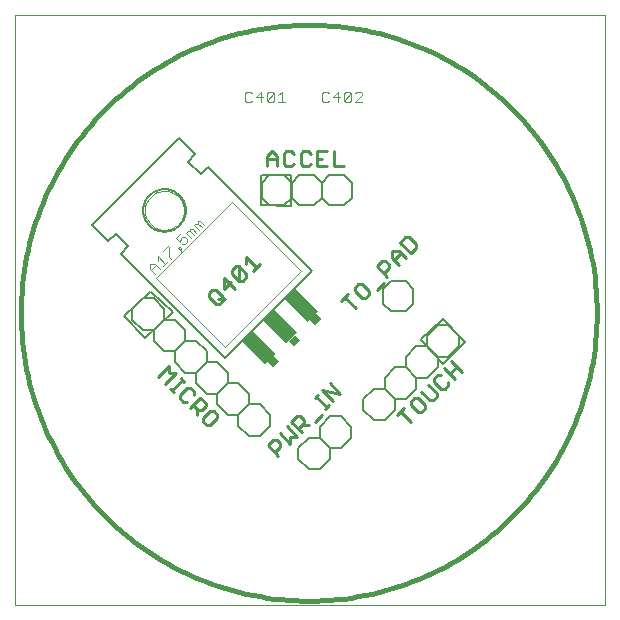
<source format=gto>
G75*
%MOIN*%
%OFA0B0*%
%FSLAX24Y24*%
%IPPOS*%
%LPD*%
%AMOC8*
5,1,8,0,0,1.08239X$1,22.5*
%
%ADD10C,0.0000*%
%ADD11C,0.0080*%
%ADD12C,0.0160*%
%ADD13C,0.0060*%
%ADD14C,0.0100*%
%ADD15C,0.0020*%
%ADD16C,0.0040*%
%ADD17R,0.0300X0.0250*%
%ADD18R,0.0500X0.1100*%
D10*
X000100Y000100D02*
X000100Y019785D01*
X019785Y019785D01*
X019785Y000100D01*
X000100Y000100D01*
X004439Y013261D02*
X004441Y013311D01*
X004447Y013361D01*
X004457Y013411D01*
X004470Y013459D01*
X004487Y013507D01*
X004508Y013553D01*
X004532Y013597D01*
X004560Y013639D01*
X004591Y013679D01*
X004625Y013716D01*
X004662Y013751D01*
X004701Y013782D01*
X004742Y013811D01*
X004786Y013836D01*
X004832Y013858D01*
X004879Y013876D01*
X004927Y013890D01*
X004976Y013901D01*
X005026Y013908D01*
X005076Y013911D01*
X005127Y013910D01*
X005177Y013905D01*
X005227Y013896D01*
X005275Y013884D01*
X005323Y013867D01*
X005369Y013847D01*
X005414Y013824D01*
X005457Y013797D01*
X005497Y013767D01*
X005535Y013734D01*
X005570Y013698D01*
X005603Y013659D01*
X005632Y013618D01*
X005658Y013575D01*
X005681Y013530D01*
X005700Y013483D01*
X005715Y013435D01*
X005727Y013386D01*
X005735Y013336D01*
X005739Y013286D01*
X005739Y013236D01*
X005735Y013186D01*
X005727Y013136D01*
X005715Y013087D01*
X005700Y013039D01*
X005681Y012992D01*
X005658Y012947D01*
X005632Y012904D01*
X005603Y012863D01*
X005570Y012824D01*
X005535Y012788D01*
X005497Y012755D01*
X005457Y012725D01*
X005414Y012698D01*
X005369Y012675D01*
X005323Y012655D01*
X005275Y012638D01*
X005227Y012626D01*
X005177Y012617D01*
X005127Y012612D01*
X005076Y012611D01*
X005026Y012614D01*
X004976Y012621D01*
X004927Y012632D01*
X004879Y012646D01*
X004832Y012664D01*
X004786Y012686D01*
X004742Y012711D01*
X004701Y012740D01*
X004662Y012771D01*
X004625Y012806D01*
X004591Y012843D01*
X004560Y012883D01*
X004532Y012925D01*
X004508Y012969D01*
X004487Y013015D01*
X004470Y013063D01*
X004457Y013111D01*
X004447Y013161D01*
X004441Y013211D01*
X004439Y013261D01*
D11*
X004630Y010540D02*
X005360Y009860D01*
X004450Y009010D01*
X003750Y009750D01*
X004620Y010530D01*
X008310Y013430D02*
X008310Y014430D01*
X008330Y014430D02*
X009320Y014440D01*
X009300Y013420D01*
X008310Y013430D01*
X013650Y008960D02*
X014370Y009640D01*
X015110Y008870D01*
X014370Y008150D01*
X013640Y008940D01*
D12*
X000300Y009850D02*
X000303Y010086D01*
X000312Y010321D01*
X000326Y010556D01*
X000346Y010791D01*
X000372Y011025D01*
X000404Y011259D01*
X000441Y011491D01*
X000484Y011723D01*
X000533Y011953D01*
X000588Y012183D01*
X000648Y012410D01*
X000713Y012637D01*
X000785Y012861D01*
X000861Y013084D01*
X000943Y013305D01*
X001031Y013524D01*
X001124Y013740D01*
X001222Y013955D01*
X001325Y014166D01*
X001434Y014375D01*
X001547Y014582D01*
X001666Y014785D01*
X001789Y014986D01*
X001918Y015183D01*
X002051Y015378D01*
X002189Y015569D01*
X002332Y015756D01*
X002479Y015940D01*
X002631Y016120D01*
X002787Y016297D01*
X002947Y016470D01*
X003112Y016638D01*
X003280Y016803D01*
X003453Y016963D01*
X003630Y017119D01*
X003810Y017271D01*
X003994Y017418D01*
X004181Y017561D01*
X004372Y017699D01*
X004567Y017832D01*
X004764Y017961D01*
X004965Y018084D01*
X005168Y018203D01*
X005375Y018316D01*
X005584Y018425D01*
X005795Y018528D01*
X006010Y018626D01*
X006226Y018719D01*
X006445Y018807D01*
X006666Y018889D01*
X006889Y018965D01*
X007113Y019037D01*
X007340Y019102D01*
X007567Y019162D01*
X007797Y019217D01*
X008027Y019266D01*
X008259Y019309D01*
X008491Y019346D01*
X008725Y019378D01*
X008959Y019404D01*
X009194Y019424D01*
X009429Y019438D01*
X009664Y019447D01*
X009900Y019450D01*
X010136Y019447D01*
X010371Y019438D01*
X010606Y019424D01*
X010841Y019404D01*
X011075Y019378D01*
X011309Y019346D01*
X011541Y019309D01*
X011773Y019266D01*
X012003Y019217D01*
X012233Y019162D01*
X012460Y019102D01*
X012687Y019037D01*
X012911Y018965D01*
X013134Y018889D01*
X013355Y018807D01*
X013574Y018719D01*
X013790Y018626D01*
X014005Y018528D01*
X014216Y018425D01*
X014425Y018316D01*
X014632Y018203D01*
X014835Y018084D01*
X015036Y017961D01*
X015233Y017832D01*
X015428Y017699D01*
X015619Y017561D01*
X015806Y017418D01*
X015990Y017271D01*
X016170Y017119D01*
X016347Y016963D01*
X016520Y016803D01*
X016688Y016638D01*
X016853Y016470D01*
X017013Y016297D01*
X017169Y016120D01*
X017321Y015940D01*
X017468Y015756D01*
X017611Y015569D01*
X017749Y015378D01*
X017882Y015183D01*
X018011Y014986D01*
X018134Y014785D01*
X018253Y014582D01*
X018366Y014375D01*
X018475Y014166D01*
X018578Y013955D01*
X018676Y013740D01*
X018769Y013524D01*
X018857Y013305D01*
X018939Y013084D01*
X019015Y012861D01*
X019087Y012637D01*
X019152Y012410D01*
X019212Y012183D01*
X019267Y011953D01*
X019316Y011723D01*
X019359Y011491D01*
X019396Y011259D01*
X019428Y011025D01*
X019454Y010791D01*
X019474Y010556D01*
X019488Y010321D01*
X019497Y010086D01*
X019500Y009850D01*
X019497Y009614D01*
X019488Y009379D01*
X019474Y009144D01*
X019454Y008909D01*
X019428Y008675D01*
X019396Y008441D01*
X019359Y008209D01*
X019316Y007977D01*
X019267Y007747D01*
X019212Y007517D01*
X019152Y007290D01*
X019087Y007063D01*
X019015Y006839D01*
X018939Y006616D01*
X018857Y006395D01*
X018769Y006176D01*
X018676Y005960D01*
X018578Y005745D01*
X018475Y005534D01*
X018366Y005325D01*
X018253Y005118D01*
X018134Y004915D01*
X018011Y004714D01*
X017882Y004517D01*
X017749Y004322D01*
X017611Y004131D01*
X017468Y003944D01*
X017321Y003760D01*
X017169Y003580D01*
X017013Y003403D01*
X016853Y003230D01*
X016688Y003062D01*
X016520Y002897D01*
X016347Y002737D01*
X016170Y002581D01*
X015990Y002429D01*
X015806Y002282D01*
X015619Y002139D01*
X015428Y002001D01*
X015233Y001868D01*
X015036Y001739D01*
X014835Y001616D01*
X014632Y001497D01*
X014425Y001384D01*
X014216Y001275D01*
X014005Y001172D01*
X013790Y001074D01*
X013574Y000981D01*
X013355Y000893D01*
X013134Y000811D01*
X012911Y000735D01*
X012687Y000663D01*
X012460Y000598D01*
X012233Y000538D01*
X012003Y000483D01*
X011773Y000434D01*
X011541Y000391D01*
X011309Y000354D01*
X011075Y000322D01*
X010841Y000296D01*
X010606Y000276D01*
X010371Y000262D01*
X010136Y000253D01*
X009900Y000250D01*
X009664Y000253D01*
X009429Y000262D01*
X009194Y000276D01*
X008959Y000296D01*
X008725Y000322D01*
X008491Y000354D01*
X008259Y000391D01*
X008027Y000434D01*
X007797Y000483D01*
X007567Y000538D01*
X007340Y000598D01*
X007113Y000663D01*
X006889Y000735D01*
X006666Y000811D01*
X006445Y000893D01*
X006226Y000981D01*
X006010Y001074D01*
X005795Y001172D01*
X005584Y001275D01*
X005375Y001384D01*
X005168Y001497D01*
X004965Y001616D01*
X004764Y001739D01*
X004567Y001868D01*
X004372Y002001D01*
X004181Y002139D01*
X003994Y002282D01*
X003810Y002429D01*
X003630Y002581D01*
X003453Y002737D01*
X003280Y002897D01*
X003112Y003062D01*
X002947Y003230D01*
X002787Y003403D01*
X002631Y003580D01*
X002479Y003760D01*
X002332Y003944D01*
X002189Y004131D01*
X002051Y004322D01*
X001918Y004517D01*
X001789Y004714D01*
X001666Y004915D01*
X001547Y005118D01*
X001434Y005325D01*
X001325Y005534D01*
X001222Y005745D01*
X001124Y005960D01*
X001031Y006176D01*
X000943Y006395D01*
X000861Y006616D01*
X000785Y006839D01*
X000713Y007063D01*
X000648Y007290D01*
X000588Y007517D01*
X000533Y007747D01*
X000484Y007977D01*
X000441Y008209D01*
X000404Y008441D01*
X000372Y008675D01*
X000346Y008909D01*
X000326Y009144D01*
X000312Y009379D01*
X000303Y009614D01*
X000300Y009850D01*
D13*
X003215Y012236D02*
X002685Y012766D01*
X005584Y015665D01*
X006114Y015135D01*
X005867Y014888D01*
X006291Y014463D01*
X006538Y014711D01*
X010003Y011246D01*
X007104Y008347D01*
X003639Y011812D01*
X003887Y012059D01*
X003462Y012483D01*
X003215Y012236D01*
X004379Y013261D02*
X004381Y013314D01*
X004387Y013367D01*
X004397Y013419D01*
X004411Y013470D01*
X004428Y013520D01*
X004449Y013569D01*
X004474Y013616D01*
X004502Y013661D01*
X004534Y013704D01*
X004569Y013744D01*
X004606Y013781D01*
X004646Y013816D01*
X004689Y013848D01*
X004734Y013876D01*
X004781Y013901D01*
X004830Y013922D01*
X004880Y013939D01*
X004931Y013953D01*
X004983Y013963D01*
X005036Y013969D01*
X005089Y013971D01*
X005142Y013969D01*
X005195Y013963D01*
X005247Y013953D01*
X005298Y013939D01*
X005348Y013922D01*
X005397Y013901D01*
X005444Y013876D01*
X005489Y013848D01*
X005532Y013816D01*
X005572Y013781D01*
X005609Y013744D01*
X005644Y013704D01*
X005676Y013661D01*
X005704Y013616D01*
X005729Y013569D01*
X005750Y013520D01*
X005767Y013470D01*
X005781Y013419D01*
X005791Y013367D01*
X005797Y013314D01*
X005799Y013261D01*
X005797Y013208D01*
X005791Y013155D01*
X005781Y013103D01*
X005767Y013052D01*
X005750Y013002D01*
X005729Y012953D01*
X005704Y012906D01*
X005676Y012861D01*
X005644Y012818D01*
X005609Y012778D01*
X005572Y012741D01*
X005532Y012706D01*
X005489Y012674D01*
X005444Y012646D01*
X005397Y012621D01*
X005348Y012600D01*
X005298Y012583D01*
X005247Y012569D01*
X005195Y012559D01*
X005142Y012553D01*
X005089Y012551D01*
X005036Y012553D01*
X004983Y012559D01*
X004931Y012569D01*
X004880Y012583D01*
X004830Y012600D01*
X004781Y012621D01*
X004734Y012646D01*
X004689Y012674D01*
X004646Y012706D01*
X004606Y012741D01*
X004569Y012778D01*
X004534Y012818D01*
X004502Y012861D01*
X004474Y012906D01*
X004449Y012953D01*
X004428Y013002D01*
X004411Y013052D01*
X004397Y013103D01*
X004387Y013155D01*
X004381Y013208D01*
X004379Y013261D01*
X004375Y010328D02*
X004729Y010328D01*
X005083Y009975D01*
X005083Y009621D01*
X005436Y009621D01*
X005790Y009267D01*
X005790Y008914D01*
X005436Y008560D01*
X005083Y008560D01*
X004729Y008914D01*
X004729Y009267D01*
X004375Y009267D01*
X004022Y009621D01*
X004022Y009975D01*
X004375Y010328D01*
X005083Y009621D02*
X004729Y009267D01*
X005436Y008560D02*
X005436Y008207D01*
X005790Y007853D01*
X006143Y007853D01*
X006143Y007500D01*
X006497Y007146D01*
X006850Y007146D01*
X006850Y006793D01*
X007204Y006439D01*
X007557Y006439D01*
X007557Y006085D01*
X007911Y005732D01*
X008265Y005732D01*
X008618Y006085D01*
X008618Y006439D01*
X008265Y006793D01*
X007911Y006793D01*
X007557Y006439D01*
X007911Y006793D02*
X007911Y007146D01*
X007557Y007500D01*
X007204Y007500D01*
X006850Y007146D01*
X007204Y007500D02*
X007204Y007853D01*
X006850Y008207D01*
X006497Y008207D01*
X006143Y007853D01*
X006497Y008207D02*
X006497Y008560D01*
X006143Y008914D01*
X005790Y008914D01*
X009556Y005333D02*
X009556Y004980D01*
X009910Y004626D01*
X010263Y004626D01*
X010617Y004980D01*
X010617Y005333D01*
X010263Y005687D01*
X009910Y005687D01*
X009556Y005333D01*
X010263Y005687D02*
X010263Y006040D01*
X010617Y006394D01*
X010970Y006394D01*
X011324Y006040D01*
X011324Y005687D01*
X010970Y005333D01*
X010617Y005333D01*
X011719Y006613D02*
X011719Y006966D01*
X012073Y007320D01*
X012426Y007320D01*
X012426Y007673D01*
X012780Y008027D01*
X013133Y008027D01*
X013487Y007673D01*
X013487Y007320D01*
X013133Y006966D01*
X012780Y006966D01*
X012780Y006613D01*
X012426Y006259D01*
X012073Y006259D01*
X011719Y006613D01*
X012426Y007320D02*
X012780Y006966D01*
X013487Y007673D02*
X013840Y007673D01*
X014194Y008027D01*
X014194Y008380D01*
X014547Y008380D01*
X014901Y008734D01*
X014901Y009087D01*
X014547Y009441D01*
X014194Y009441D01*
X013840Y009087D01*
X013840Y008734D01*
X014194Y008380D01*
X013840Y008734D02*
X013487Y008734D01*
X013133Y008380D01*
X013133Y008027D01*
X013130Y009900D02*
X012630Y009900D01*
X012380Y010150D01*
X012380Y010650D01*
X012630Y010900D01*
X013130Y010900D01*
X013380Y010650D01*
X013380Y010150D01*
X013130Y009900D01*
X011090Y013440D02*
X010590Y013440D01*
X010340Y013690D01*
X010090Y013440D01*
X009590Y013440D01*
X009340Y013690D01*
X009090Y013440D01*
X008590Y013440D01*
X008340Y013690D01*
X008340Y014190D01*
X008590Y014440D01*
X009090Y014440D01*
X009340Y014190D01*
X009590Y014440D01*
X010090Y014440D01*
X010340Y014190D01*
X010590Y014440D01*
X011090Y014440D01*
X011340Y014190D01*
X011340Y013690D01*
X011090Y013440D01*
X010340Y013690D02*
X010340Y014190D01*
X009340Y014190D02*
X009340Y013690D01*
D14*
X009323Y014730D02*
X009406Y014813D01*
X009323Y014730D02*
X009156Y014730D01*
X009072Y014813D01*
X009072Y015147D01*
X009156Y015230D01*
X009323Y015230D01*
X009406Y015147D01*
X009625Y015147D02*
X009625Y014813D01*
X009708Y014730D01*
X009875Y014730D01*
X009959Y014813D01*
X010177Y014730D02*
X010511Y014730D01*
X010730Y014730D02*
X011064Y014730D01*
X010730Y014730D02*
X010730Y015230D01*
X010511Y015230D02*
X010177Y015230D01*
X010177Y014730D01*
X010177Y014980D02*
X010344Y014980D01*
X009959Y015147D02*
X009875Y015230D01*
X009708Y015230D01*
X009625Y015147D01*
X008854Y015064D02*
X008854Y014730D01*
X008854Y014980D02*
X008520Y014980D01*
X008520Y015064D02*
X008687Y015230D01*
X008854Y015064D01*
X008520Y015064D02*
X008520Y014730D01*
X007796Y011723D02*
X008150Y011370D01*
X008032Y011252D02*
X008268Y011487D01*
X007796Y011487D02*
X007796Y011723D01*
X007582Y011392D02*
X007582Y010920D01*
X007700Y010920D01*
X007818Y011038D01*
X007818Y011156D01*
X007582Y011392D01*
X007464Y011392D01*
X007346Y011274D01*
X007346Y011156D01*
X007582Y010920D01*
X007427Y010647D02*
X007073Y011001D01*
X007073Y010647D01*
X007309Y010883D01*
X006801Y010610D02*
X007037Y010374D01*
X007037Y010257D01*
X006919Y010139D01*
X006801Y010139D01*
X006565Y010374D01*
X006565Y010492D01*
X006683Y010610D01*
X006801Y010610D01*
X006860Y010316D02*
X007096Y010316D01*
X005241Y008066D02*
X005241Y007830D01*
X005477Y007830D01*
X005123Y007476D01*
X005278Y007321D02*
X005396Y007203D01*
X005337Y007262D02*
X005691Y007616D01*
X005632Y007675D02*
X005750Y007557D01*
X005833Y007355D02*
X005597Y007120D01*
X005597Y007002D01*
X005715Y006884D01*
X005833Y006884D01*
X006047Y006788D02*
X006224Y006611D01*
X006342Y006611D01*
X006460Y006729D01*
X006460Y006847D01*
X006283Y007024D01*
X005929Y006670D01*
X006165Y006670D02*
X006165Y006434D01*
X006379Y006338D02*
X006379Y006220D01*
X006497Y006102D01*
X006615Y006102D01*
X006850Y006338D01*
X006850Y006456D01*
X006733Y006574D01*
X006615Y006574D01*
X006379Y006338D01*
X006069Y007120D02*
X006069Y007237D01*
X005951Y007355D01*
X005833Y007355D01*
X005241Y008066D02*
X004887Y007712D01*
X008534Y005436D02*
X008711Y005613D01*
X008829Y005613D01*
X008947Y005495D01*
X008947Y005377D01*
X008770Y005200D01*
X008888Y005082D02*
X008534Y005436D01*
X008925Y005826D02*
X009279Y005473D01*
X009279Y005708D01*
X009515Y005708D01*
X009161Y006062D01*
X009315Y006217D02*
X009492Y006394D01*
X009610Y006394D01*
X009728Y006276D01*
X009728Y006158D01*
X009551Y005981D01*
X009669Y005863D02*
X009315Y006217D01*
X009669Y006099D02*
X009905Y006099D01*
X010119Y006195D02*
X010355Y006431D01*
X010451Y006645D02*
X010569Y006763D01*
X010510Y006704D02*
X010156Y007057D01*
X010097Y006998D02*
X010215Y007116D01*
X010357Y007259D02*
X010947Y007141D01*
X010593Y007495D01*
X010357Y007259D02*
X010711Y006905D01*
X012852Y006438D02*
X013088Y006674D01*
X012970Y006556D02*
X013323Y006202D01*
X013537Y006534D02*
X013655Y006534D01*
X013773Y006652D01*
X013773Y006770D01*
X013537Y007006D01*
X013419Y007006D01*
X013301Y006888D01*
X013301Y006770D01*
X013537Y006534D01*
X013928Y006925D02*
X014046Y006925D01*
X014164Y007043D01*
X014164Y007161D01*
X013869Y007455D01*
X014083Y007551D02*
X014083Y007669D01*
X014200Y007787D01*
X014318Y007787D01*
X014414Y008001D02*
X014768Y007647D01*
X014554Y007551D02*
X014554Y007433D01*
X014436Y007315D01*
X014318Y007315D01*
X014083Y007551D01*
X013633Y007220D02*
X013928Y006925D01*
X014591Y007824D02*
X014827Y008060D01*
X014650Y008237D02*
X015004Y007883D01*
X012180Y010603D02*
X012416Y010839D01*
X012512Y011053D02*
X012158Y011407D01*
X012335Y011583D01*
X012453Y011583D01*
X012571Y011466D01*
X012571Y011348D01*
X012394Y011171D01*
X012726Y011620D02*
X012962Y011856D01*
X012903Y011915D02*
X013139Y011679D01*
X013293Y011834D02*
X013470Y012011D01*
X013470Y012129D01*
X013234Y012365D01*
X013116Y012365D01*
X012939Y012188D01*
X013293Y011834D01*
X012903Y011915D02*
X012667Y011915D01*
X012667Y011679D01*
X012903Y011443D01*
X011908Y010566D02*
X011908Y010448D01*
X011790Y010330D01*
X011672Y010330D01*
X011436Y010566D01*
X011436Y010684D01*
X011554Y010802D01*
X011672Y010802D01*
X011908Y010566D01*
X011222Y010470D02*
X010986Y010235D01*
X011104Y010353D02*
X011458Y009999D01*
D15*
X009650Y011246D02*
X007351Y013544D01*
X004806Y010999D01*
X007104Y008700D01*
X009650Y011246D01*
D16*
X006416Y012779D02*
X006289Y012906D01*
X006204Y012906D01*
X006204Y012821D01*
X006331Y012694D01*
X006246Y012609D02*
X006076Y012779D01*
X006119Y012821D01*
X006204Y012821D01*
X006028Y012645D02*
X006156Y012518D01*
X006071Y012433D02*
X005943Y012561D01*
X005943Y012645D01*
X006028Y012645D01*
X005943Y012561D02*
X005859Y012561D01*
X005816Y012518D01*
X005986Y012348D01*
X005853Y012300D02*
X005853Y012215D01*
X005768Y012130D01*
X005683Y012130D01*
X005598Y012215D02*
X005641Y012343D01*
X005683Y012385D01*
X005768Y012385D01*
X005853Y012300D01*
X005598Y012215D02*
X005471Y012343D01*
X005641Y012512D01*
X005594Y012042D02*
X005552Y011999D01*
X005594Y011957D01*
X005637Y011999D01*
X005594Y012042D01*
X005637Y011999D02*
X005637Y011829D01*
X005291Y011654D02*
X005249Y011696D01*
X005249Y012036D01*
X005206Y012078D01*
X005037Y011909D01*
X004861Y011733D02*
X004861Y011563D01*
X004771Y011473D02*
X004940Y011303D01*
X005031Y011393D02*
X005201Y011563D01*
X005116Y011478D02*
X004861Y011733D01*
X004771Y011473D02*
X004601Y011473D01*
X004601Y011303D01*
X004771Y011133D01*
X004643Y011260D02*
X004813Y011430D01*
X007827Y016860D02*
X007947Y016860D01*
X008007Y016920D01*
X008135Y017040D02*
X008375Y017040D01*
X008503Y016920D02*
X008744Y017160D01*
X008744Y016920D01*
X008684Y016860D01*
X008563Y016860D01*
X008503Y016920D01*
X008503Y017160D01*
X008563Y017220D01*
X008684Y017220D01*
X008744Y017160D01*
X008872Y017100D02*
X008992Y017220D01*
X008992Y016860D01*
X008872Y016860D02*
X009112Y016860D01*
X008315Y016860D02*
X008315Y017220D01*
X008135Y017040D01*
X008007Y017160D02*
X007947Y017220D01*
X007827Y017220D01*
X007767Y017160D01*
X007767Y016920D01*
X007827Y016860D01*
X010340Y016920D02*
X010400Y016860D01*
X010520Y016860D01*
X010580Y016920D01*
X010708Y017040D02*
X010949Y017040D01*
X011077Y016920D02*
X011317Y017160D01*
X011317Y016920D01*
X011257Y016860D01*
X011137Y016860D01*
X011077Y016920D01*
X011077Y017160D01*
X011137Y017220D01*
X011257Y017220D01*
X011317Y017160D01*
X011445Y017160D02*
X011505Y017220D01*
X011625Y017220D01*
X011685Y017160D01*
X011685Y017100D01*
X011445Y016860D01*
X011685Y016860D01*
X010888Y016860D02*
X010888Y017220D01*
X010708Y017040D01*
X010580Y017160D02*
X010520Y017220D01*
X010400Y017220D01*
X010340Y017160D01*
X010340Y016920D01*
D17*
G36*
X010321Y009654D02*
X010110Y009443D01*
X009933Y009620D01*
X010144Y009831D01*
X010321Y009654D01*
G37*
G36*
X009614Y008947D02*
X009403Y008736D01*
X009226Y008913D01*
X009437Y009124D01*
X009614Y008947D01*
G37*
G36*
X008907Y008240D02*
X008696Y008029D01*
X008519Y008206D01*
X008730Y008417D01*
X008907Y008240D01*
G37*
D18*
G36*
X008800Y008488D02*
X008447Y008135D01*
X007670Y008912D01*
X008023Y009265D01*
X008800Y008488D01*
G37*
G36*
X009507Y009196D02*
X009154Y008843D01*
X008377Y009620D01*
X008730Y009973D01*
X009507Y009196D01*
G37*
G36*
X010215Y009903D02*
X009862Y009550D01*
X009085Y010327D01*
X009438Y010680D01*
X010215Y009903D01*
G37*
M02*

</source>
